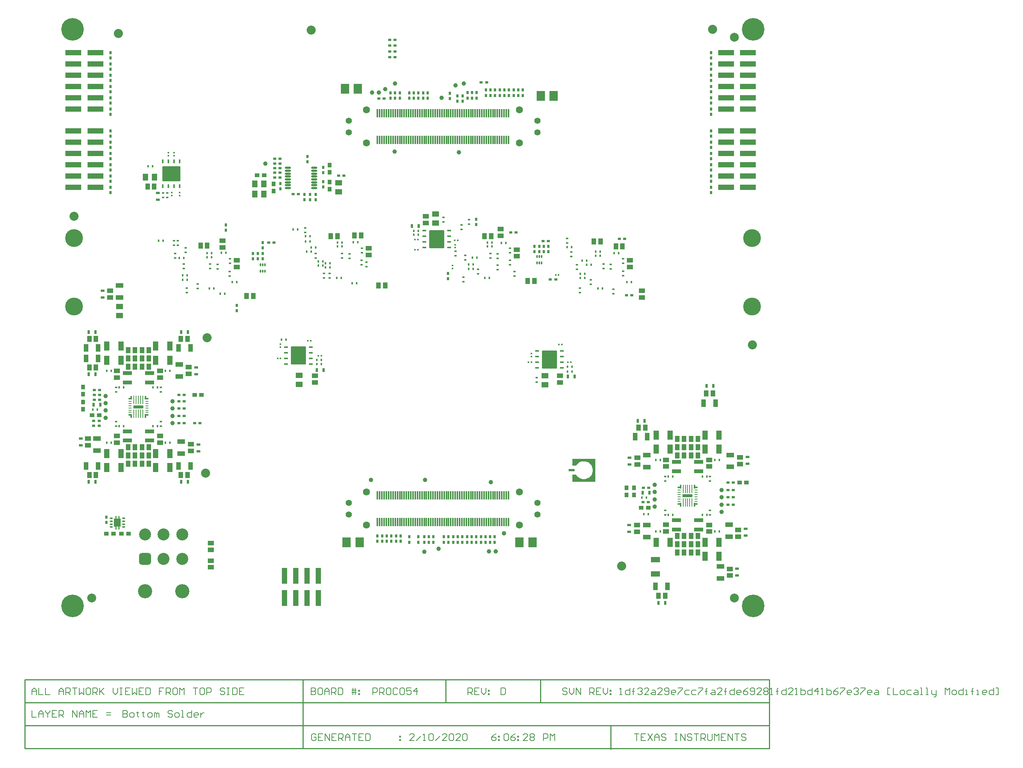
<source format=gbs>
G04*
G04 #@! TF.GenerationSoftware,Altium Limited,Altium Designer,19.1.6 (110)*
G04*
G04 Layer_Color=16711935*
%FSAX25Y25*%
%MOIN*%
G70*
G01*
G75*
%ADD16C,0.01000*%
%ADD18C,0.00800*%
%ADD27O,0.05512X0.01772*%
%ADD29C,0.03937*%
G04:AMPARAMS|DCode=32|XSize=87.8mil|YSize=70.87mil|CornerRadius=2.13mil|HoleSize=0mil|Usage=FLASHONLY|Rotation=90.000|XOffset=0mil|YOffset=0mil|HoleType=Round|Shape=RoundedRectangle|*
%AMROUNDEDRECTD32*
21,1,0.08780,0.06661,0,0,90.0*
21,1,0.08354,0.07087,0,0,90.0*
1,1,0.00425,0.03331,0.04177*
1,1,0.00425,0.03331,-0.04177*
1,1,0.00425,-0.03331,-0.04177*
1,1,0.00425,-0.03331,0.04177*
%
%ADD32ROUNDEDRECTD32*%
%ADD33R,0.06300X0.05000*%
%ADD35R,0.02362X0.03150*%
%ADD37R,0.01654X0.01811*%
%ADD38R,0.01500X0.02400*%
%ADD39R,0.03150X0.02362*%
%ADD40R,0.02400X0.01500*%
%ADD42R,0.01811X0.01654*%
%ADD43R,0.03500X0.02000*%
%ADD44R,0.02000X0.03500*%
%ADD45R,0.04331X0.05512*%
%ADD46R,0.05512X0.04331*%
%ADD47R,0.03740X0.03937*%
%ADD48C,0.07874*%
%ADD50C,0.12611*%
G04:AMPARAMS|DCode=51|XSize=106.3mil|YSize=106.3mil|CornerRadius=26.57mil|HoleSize=0mil|Usage=FLASHONLY|Rotation=90.000|XOffset=0mil|YOffset=0mil|HoleType=Round|Shape=RoundedRectangle|*
%AMROUNDEDRECTD51*
21,1,0.10630,0.05315,0,0,90.0*
21,1,0.05315,0.10630,0,0,90.0*
1,1,0.05315,0.02657,0.02657*
1,1,0.05315,0.02657,-0.02657*
1,1,0.05315,-0.02657,-0.02657*
1,1,0.05315,-0.02657,0.02657*
%
%ADD51ROUNDEDRECTD51*%
%ADD52C,0.10630*%
%ADD53C,0.08000*%
%ADD54C,0.05512*%
%ADD55C,0.06299*%
%ADD56C,0.20000*%
%ADD57C,0.15811*%
%ADD73C,0.01968*%
%ADD74C,0.01800*%
G04:AMPARAMS|DCode=82|XSize=133.86mil|YSize=157.48mil|CornerRadius=2.01mil|HoleSize=0mil|Usage=FLASHONLY|Rotation=270.000|XOffset=0mil|YOffset=0mil|HoleType=Round|Shape=RoundedRectangle|*
%AMROUNDEDRECTD82*
21,1,0.13386,0.15346,0,0,270.0*
21,1,0.12984,0.15748,0,0,270.0*
1,1,0.00402,-0.07673,-0.06492*
1,1,0.00402,-0.07673,0.06492*
1,1,0.00402,0.07673,0.06492*
1,1,0.00402,0.07673,-0.06492*
%
%ADD82ROUNDEDRECTD82*%
G04:AMPARAMS|DCode=83|XSize=31.5mil|YSize=15.75mil|CornerRadius=1.97mil|HoleSize=0mil|Usage=FLASHONLY|Rotation=270.000|XOffset=0mil|YOffset=0mil|HoleType=Round|Shape=RoundedRectangle|*
%AMROUNDEDRECTD83*
21,1,0.03150,0.01181,0,0,270.0*
21,1,0.02756,0.01575,0,0,270.0*
1,1,0.00394,-0.00591,-0.01378*
1,1,0.00394,-0.00591,0.01378*
1,1,0.00394,0.00591,0.01378*
1,1,0.00394,0.00591,-0.01378*
%
%ADD83ROUNDEDRECTD83*%
%ADD84R,0.14488X0.05000*%
%ADD85R,0.05000X0.14488*%
G04:AMPARAMS|DCode=86|XSize=9.84mil|YSize=71.65mil|CornerRadius=1.97mil|HoleSize=0mil|Usage=FLASHONLY|Rotation=180.000|XOffset=0mil|YOffset=0mil|HoleType=Round|Shape=RoundedRectangle|*
%AMROUNDEDRECTD86*
21,1,0.00984,0.06772,0,0,180.0*
21,1,0.00591,0.07165,0,0,180.0*
1,1,0.00394,-0.00295,0.03386*
1,1,0.00394,0.00295,0.03386*
1,1,0.00394,0.00295,-0.03386*
1,1,0.00394,-0.00295,-0.03386*
%
%ADD86ROUNDEDRECTD86*%
G04:AMPARAMS|DCode=87|XSize=88.19mil|YSize=25.98mil|CornerRadius=1.95mil|HoleSize=0mil|Usage=FLASHONLY|Rotation=180.000|XOffset=0mil|YOffset=0mil|HoleType=Round|Shape=RoundedRectangle|*
%AMROUNDEDRECTD87*
21,1,0.08819,0.02209,0,0,180.0*
21,1,0.08429,0.02598,0,0,180.0*
1,1,0.00390,-0.04215,0.01104*
1,1,0.00390,0.04215,0.01104*
1,1,0.00390,0.04215,-0.01104*
1,1,0.00390,-0.04215,-0.01104*
%
%ADD87ROUNDEDRECTD87*%
G04:AMPARAMS|DCode=88|XSize=23.62mil|YSize=15.75mil|CornerRadius=1.97mil|HoleSize=0mil|Usage=FLASHONLY|Rotation=0.000|XOffset=0mil|YOffset=0mil|HoleType=Round|Shape=RoundedRectangle|*
%AMROUNDEDRECTD88*
21,1,0.02362,0.01181,0,0,0.0*
21,1,0.01968,0.01575,0,0,0.0*
1,1,0.00394,0.00984,-0.00591*
1,1,0.00394,-0.00984,-0.00591*
1,1,0.00394,-0.00984,0.00591*
1,1,0.00394,0.00984,0.00591*
%
%ADD88ROUNDEDRECTD88*%
G04:AMPARAMS|DCode=89|XSize=23.62mil|YSize=9.84mil|CornerRadius=1.97mil|HoleSize=0mil|Usage=FLASHONLY|Rotation=0.000|XOffset=0mil|YOffset=0mil|HoleType=Round|Shape=RoundedRectangle|*
%AMROUNDEDRECTD89*
21,1,0.02362,0.00591,0,0,0.0*
21,1,0.01968,0.00984,0,0,0.0*
1,1,0.00394,0.00984,-0.00295*
1,1,0.00394,-0.00984,-0.00295*
1,1,0.00394,-0.00984,0.00295*
1,1,0.00394,0.00984,0.00295*
%
%ADD89ROUNDEDRECTD89*%
%ADD90R,0.04724X0.07874*%
G04:AMPARAMS|DCode=91|XSize=11.81mil|YSize=74.8mil|CornerRadius=1.95mil|HoleSize=0mil|Usage=FLASHONLY|Rotation=0.000|XOffset=0mil|YOffset=0mil|HoleType=Round|Shape=RoundedRectangle|*
%AMROUNDEDRECTD91*
21,1,0.01181,0.07091,0,0,0.0*
21,1,0.00791,0.07480,0,0,0.0*
1,1,0.00390,0.00396,-0.03545*
1,1,0.00390,-0.00396,-0.03545*
1,1,0.00390,-0.00396,0.03545*
1,1,0.00390,0.00396,0.03545*
%
%ADD91ROUNDEDRECTD91*%
G04:AMPARAMS|DCode=92|XSize=11.81mil|YSize=26.38mil|CornerRadius=1.95mil|HoleSize=0mil|Usage=FLASHONLY|Rotation=0.000|XOffset=0mil|YOffset=0mil|HoleType=Round|Shape=RoundedRectangle|*
%AMROUNDEDRECTD92*
21,1,0.01181,0.02248,0,0,0.0*
21,1,0.00791,0.02638,0,0,0.0*
1,1,0.00390,0.00396,-0.01124*
1,1,0.00390,-0.00396,-0.01124*
1,1,0.00390,-0.00396,0.01124*
1,1,0.00390,0.00396,0.01124*
%
%ADD92ROUNDEDRECTD92*%
G04:AMPARAMS|DCode=93|XSize=59.06mil|YSize=68.9mil|CornerRadius=2.07mil|HoleSize=0mil|Usage=FLASHONLY|Rotation=0.000|XOffset=0mil|YOffset=0mil|HoleType=Round|Shape=RoundedRectangle|*
%AMROUNDEDRECTD93*
21,1,0.05906,0.06476,0,0,0.0*
21,1,0.05492,0.06890,0,0,0.0*
1,1,0.00413,0.02746,-0.03238*
1,1,0.00413,-0.02746,-0.03238*
1,1,0.00413,-0.02746,0.03238*
1,1,0.00413,0.02746,0.03238*
%
%ADD93ROUNDEDRECTD93*%
G04:AMPARAMS|DCode=94|XSize=11.81mil|YSize=23.62mil|CornerRadius=1.95mil|HoleSize=0mil|Usage=FLASHONLY|Rotation=270.000|XOffset=0mil|YOffset=0mil|HoleType=Round|Shape=RoundedRectangle|*
%AMROUNDEDRECTD94*
21,1,0.01181,0.01972,0,0,270.0*
21,1,0.00791,0.02362,0,0,270.0*
1,1,0.00390,-0.00986,-0.00396*
1,1,0.00390,-0.00986,0.00396*
1,1,0.00390,0.00986,0.00396*
1,1,0.00390,0.00986,-0.00396*
%
%ADD94ROUNDEDRECTD94*%
%ADD95R,0.07874X0.03543*%
%ADD96C,0.02000*%
%ADD97R,0.05512X0.02362*%
%ADD98R,0.06890X0.04331*%
%ADD99R,0.03937X0.03740*%
%ADD100R,0.04331X0.06890*%
%ADD101R,0.05000X0.06300*%
G04:AMPARAMS|DCode=102|XSize=133.86mil|YSize=157.48mil|CornerRadius=2.01mil|HoleSize=0mil|Usage=FLASHONLY|Rotation=180.000|XOffset=0mil|YOffset=0mil|HoleType=Round|Shape=RoundedRectangle|*
%AMROUNDEDRECTD102*
21,1,0.13386,0.15346,0,0,180.0*
21,1,0.12984,0.15748,0,0,180.0*
1,1,0.00402,-0.06492,0.07673*
1,1,0.00402,0.06492,0.07673*
1,1,0.00402,0.06492,-0.07673*
1,1,0.00402,-0.06492,-0.07673*
%
%ADD102ROUNDEDRECTD102*%
G04:AMPARAMS|DCode=103|XSize=31.5mil|YSize=15.75mil|CornerRadius=1.97mil|HoleSize=0mil|Usage=FLASHONLY|Rotation=180.000|XOffset=0mil|YOffset=0mil|HoleType=Round|Shape=RoundedRectangle|*
%AMROUNDEDRECTD103*
21,1,0.03150,0.01181,0,0,180.0*
21,1,0.02756,0.01575,0,0,180.0*
1,1,0.00394,-0.01378,0.00591*
1,1,0.00394,0.01378,0.00591*
1,1,0.00394,0.01378,-0.00591*
1,1,0.00394,-0.01378,-0.00591*
%
%ADD103ROUNDEDRECTD103*%
%ADD104R,0.07874X0.04724*%
G36*
X0157607Y0362412D02*
X0157662Y0362356D01*
X0157692Y0362284D01*
Y0362245D01*
Y0359391D01*
Y0359351D01*
X0157662Y0359279D01*
X0157607Y0359224D01*
X0157534Y0359194D01*
X0156472D01*
X0156399Y0359224D01*
X0156344Y0359279D01*
X0156314Y0359351D01*
Y0359391D01*
Y0362245D01*
Y0362284D01*
X0156344Y0362356D01*
X0156399Y0362412D01*
X0156472Y0362442D01*
X0157534D01*
X0157607Y0362412D01*
D02*
G37*
G36*
X0145008D02*
X0145064Y0362356D01*
X0145094Y0362284D01*
Y0362245D01*
Y0359391D01*
Y0359351D01*
X0145064Y0359279D01*
X0145008Y0359224D01*
X0144936Y0359194D01*
X0143873D01*
X0143801Y0359224D01*
X0143746Y0359279D01*
X0143716Y0359351D01*
Y0359391D01*
Y0362245D01*
Y0362284D01*
X0143746Y0362356D01*
X0143801Y0362412D01*
X0143873Y0362442D01*
X0144936D01*
X0145008Y0362412D01*
D02*
G37*
G36*
X0157607Y0346369D02*
X0157662Y0346313D01*
X0157692Y0346241D01*
Y0346202D01*
Y0343347D01*
Y0343308D01*
X0157662Y0343236D01*
X0157607Y0343180D01*
X0157534Y0343150D01*
X0156472D01*
X0156399Y0343180D01*
X0156344Y0343236D01*
X0156314Y0343308D01*
Y0343347D01*
Y0346202D01*
Y0346241D01*
X0156344Y0346313D01*
X0156399Y0346369D01*
X0156472Y0346398D01*
X0157534D01*
X0157607Y0346369D01*
D02*
G37*
G36*
X0145008D02*
X0145064Y0346313D01*
X0145094Y0346241D01*
Y0346202D01*
Y0343347D01*
Y0343308D01*
X0145064Y0343236D01*
X0145008Y0343180D01*
X0144936Y0343150D01*
X0143873D01*
X0143801Y0343180D01*
X0143746Y0343236D01*
X0143716Y0343308D01*
Y0343347D01*
Y0346202D01*
Y0346241D01*
X0143746Y0346313D01*
X0143801Y0346369D01*
X0143873Y0346398D01*
X0144936D01*
X0145008Y0346369D01*
D02*
G37*
G36*
X0133893Y0253522D02*
X0135015D01*
Y0246632D01*
X0133893D01*
Y0244172D01*
X0132790D01*
Y0246632D01*
X0131334D01*
X0131334Y0244172D01*
X0130231D01*
X0130231Y0246632D01*
X0129109D01*
Y0253522D01*
X0130231D01*
X0130231Y0255983D01*
X0131334D01*
X0131334Y0253522D01*
X0132790D01*
Y0255983D01*
X0133893D01*
Y0253522D01*
D02*
G37*
G36*
X0556073Y0286381D02*
X0535600D01*
Y0292680D01*
X0538932D01*
X0538932Y0292715D01*
X0539400Y0291986D01*
X0540559Y0290702D01*
X0541969Y0289701D01*
X0543564Y0289030D01*
X0545265Y0288721D01*
X0546993Y0288789D01*
X0548666Y0289230D01*
X0550202Y0290024D01*
X0551530Y0291133D01*
X0552585Y0292503D01*
X0553317Y0294070D01*
X0553692Y0295759D01*
X0553691Y0297488D01*
X0553315Y0299176D01*
X0552582Y0300743D01*
X0551526Y0302112D01*
X0550197Y0303220D01*
X0548660Y0304013D01*
X0546987Y0304453D01*
X0545259Y0304519D01*
X0543558Y0304209D01*
X0541964Y0303537D01*
X0540555Y0302535D01*
X0539396Y0301251D01*
X0538929Y0300521D01*
X0538886Y0300554D01*
X0535600D01*
Y0306853D01*
X0556073D01*
Y0286381D01*
D02*
G37*
G36*
X0632081Y0283626D02*
X0632136Y0283571D01*
X0632166Y0283499D01*
Y0283459D01*
Y0280605D01*
Y0280566D01*
X0632136Y0280494D01*
X0632081Y0280438D01*
X0632008Y0280408D01*
X0630946D01*
X0630873Y0280438D01*
X0630818Y0280494D01*
X0630788Y0280566D01*
Y0280605D01*
Y0283459D01*
Y0283499D01*
X0630818Y0283571D01*
X0630873Y0283626D01*
X0630946Y0283656D01*
X0632008D01*
X0632081Y0283626D01*
D02*
G37*
G36*
Y0267583D02*
X0632136Y0267528D01*
X0632166Y0267455D01*
Y0267416D01*
Y0264562D01*
Y0264523D01*
X0632136Y0264450D01*
X0632081Y0264395D01*
X0632008Y0264365D01*
X0630946D01*
X0630873Y0264395D01*
X0630818Y0264450D01*
X0630788Y0264523D01*
Y0264562D01*
Y0267416D01*
Y0267455D01*
X0630818Y0267528D01*
X0630873Y0267583D01*
X0630946Y0267613D01*
X0632008D01*
X0632081Y0267583D01*
D02*
G37*
G36*
X0644679D02*
X0644734Y0267528D01*
X0644765Y0267455D01*
Y0267416D01*
Y0264562D01*
Y0264523D01*
X0644734Y0264450D01*
X0644679Y0264395D01*
X0644607Y0264365D01*
X0643544D01*
X0643472Y0264395D01*
X0643417Y0264450D01*
X0643387Y0264523D01*
Y0264562D01*
Y0267416D01*
Y0267455D01*
X0643417Y0267528D01*
X0643472Y0267583D01*
X0643544Y0267613D01*
X0644607D01*
X0644679Y0267583D01*
D02*
G37*
G36*
Y0283626D02*
X0644734Y0283571D01*
X0644765Y0283499D01*
Y0283459D01*
Y0280605D01*
Y0280566D01*
X0644734Y0280494D01*
X0644679Y0280438D01*
X0644607Y0280408D01*
X0643544D01*
X0643472Y0280438D01*
X0643417Y0280494D01*
X0643387Y0280566D01*
Y0280605D01*
Y0283459D01*
Y0283499D01*
X0643417Y0283571D01*
X0643472Y0283626D01*
X0643544Y0283656D01*
X0644607D01*
X0644679Y0283626D01*
D02*
G37*
G54D16*
X0569450Y0049400D02*
Y0069683D01*
X0450550Y0050050D02*
X0710250D01*
Y0111050D01*
X0296550Y0050050D02*
Y0111050D01*
X0050050Y0050050D02*
Y0111050D01*
X0050100Y0050050D02*
X0207650D01*
X0050100D02*
Y0111050D01*
Y0111050D02*
X0710250D01*
X0050050Y0050050D02*
X0450550D01*
X0050050Y0070383D02*
X0710050D01*
X0050050Y0090717D02*
X0710250D01*
X0423250D02*
Y0111050D01*
X0507250Y0090717D02*
Y0111050D01*
G54D18*
X0136950Y0083549D02*
Y0077551D01*
X0139949D01*
X0140949Y0078550D01*
Y0079550D01*
X0139949Y0080550D01*
X0136950D01*
X0139949D01*
X0140949Y0081549D01*
Y0082549D01*
X0139949Y0083549D01*
X0136950D01*
X0143948Y0077551D02*
X0145947D01*
X0146947Y0078550D01*
Y0080550D01*
X0145947Y0081549D01*
X0143948D01*
X0142948Y0080550D01*
Y0078550D01*
X0143948Y0077551D01*
X0149946Y0082549D02*
Y0081549D01*
X0148946D01*
X0150945D01*
X0149946D01*
Y0078550D01*
X0150945Y0077551D01*
X0154944Y0082549D02*
Y0081549D01*
X0153945D01*
X0155944D01*
X0154944D01*
Y0078550D01*
X0155944Y0077551D01*
X0159943D02*
X0161942D01*
X0162942Y0078550D01*
Y0080550D01*
X0161942Y0081549D01*
X0159943D01*
X0158943Y0080550D01*
Y0078550D01*
X0159943Y0077551D01*
X0164941D02*
Y0081549D01*
X0165941D01*
X0166940Y0080550D01*
Y0077551D01*
Y0080550D01*
X0167940Y0081549D01*
X0168940Y0080550D01*
Y0077551D01*
X0180936Y0082549D02*
X0179936Y0083549D01*
X0177937D01*
X0176937Y0082549D01*
Y0081549D01*
X0177937Y0080550D01*
X0179936D01*
X0180936Y0079550D01*
Y0078550D01*
X0179936Y0077551D01*
X0177937D01*
X0176937Y0078550D01*
X0183935Y0077551D02*
X0185934D01*
X0186934Y0078550D01*
Y0080550D01*
X0185934Y0081549D01*
X0183935D01*
X0182935Y0080550D01*
Y0078550D01*
X0183935Y0077551D01*
X0188933D02*
X0190933D01*
X0189933D01*
Y0083549D01*
X0188933D01*
X0197930D02*
Y0077551D01*
X0194931D01*
X0193932Y0078550D01*
Y0080550D01*
X0194931Y0081549D01*
X0197930D01*
X0202929Y0077551D02*
X0200929D01*
X0199930Y0078550D01*
Y0080550D01*
X0200929Y0081549D01*
X0202929D01*
X0203928Y0080550D01*
Y0079550D01*
X0199930D01*
X0205928Y0081549D02*
Y0077551D01*
Y0079550D01*
X0206927Y0080550D01*
X0207927Y0081549D01*
X0208927D01*
X0590550Y0062964D02*
X0594549D01*
X0592549D01*
Y0056966D01*
X0600547Y0062964D02*
X0596548D01*
Y0056966D01*
X0600547D01*
X0596548Y0059965D02*
X0598547D01*
X0602546Y0062964D02*
X0606545Y0056966D01*
Y0062964D02*
X0602546Y0056966D01*
X0608544D02*
Y0060965D01*
X0610543Y0062964D01*
X0612543Y0060965D01*
Y0056966D01*
Y0059965D01*
X0608544D01*
X0618541Y0061965D02*
X0617541Y0062964D01*
X0615542D01*
X0614542Y0061965D01*
Y0060965D01*
X0615542Y0059965D01*
X0617541D01*
X0618541Y0058966D01*
Y0057966D01*
X0617541Y0056966D01*
X0615542D01*
X0614542Y0057966D01*
X0626538Y0062964D02*
X0628538D01*
X0627538D01*
Y0056966D01*
X0626538D01*
X0628538D01*
X0631537D02*
Y0062964D01*
X0635535Y0056966D01*
Y0062964D01*
X0641534Y0061965D02*
X0640534Y0062964D01*
X0638534D01*
X0637535Y0061965D01*
Y0060965D01*
X0638534Y0059965D01*
X0640534D01*
X0641534Y0058966D01*
Y0057966D01*
X0640534Y0056966D01*
X0638534D01*
X0637535Y0057966D01*
X0643533Y0062964D02*
X0647532D01*
X0645532D01*
Y0056966D01*
X0649531D02*
Y0062964D01*
X0652530D01*
X0653530Y0061965D01*
Y0059965D01*
X0652530Y0058966D01*
X0649531D01*
X0651530D02*
X0653530Y0056966D01*
X0655529Y0062964D02*
Y0057966D01*
X0656529Y0056966D01*
X0658528D01*
X0659528Y0057966D01*
Y0062964D01*
X0661527Y0056966D02*
Y0062964D01*
X0663526Y0060965D01*
X0665526Y0062964D01*
Y0056966D01*
X0671524Y0062964D02*
X0667525D01*
Y0056966D01*
X0671524D01*
X0667525Y0059965D02*
X0669524D01*
X0673523Y0056966D02*
Y0062964D01*
X0677522Y0056966D01*
Y0062964D01*
X0679521D02*
X0683520D01*
X0681521D01*
Y0056966D01*
X0689518Y0061965D02*
X0688518Y0062964D01*
X0686519D01*
X0685519Y0061965D01*
Y0060965D01*
X0686519Y0059965D01*
X0688518D01*
X0689518Y0058966D01*
Y0057966D01*
X0688518Y0056966D01*
X0686519D01*
X0685519Y0057966D01*
X0468099Y0062964D02*
X0466099Y0061965D01*
X0464100Y0059965D01*
Y0057966D01*
X0465100Y0056966D01*
X0467099D01*
X0468099Y0057966D01*
Y0058966D01*
X0467099Y0059965D01*
X0464100D01*
X0470098Y0060965D02*
X0471098D01*
Y0059965D01*
X0470098D01*
Y0060965D01*
Y0057966D02*
X0471098D01*
Y0056966D01*
X0470098D01*
Y0057966D01*
X0475096Y0061965D02*
X0476096Y0062964D01*
X0478095D01*
X0479095Y0061965D01*
Y0057966D01*
X0478095Y0056966D01*
X0476096D01*
X0475096Y0057966D01*
Y0061965D01*
X0485093Y0062964D02*
X0483094Y0061965D01*
X0481095Y0059965D01*
Y0057966D01*
X0482094Y0056966D01*
X0484094D01*
X0485093Y0057966D01*
Y0058966D01*
X0484094Y0059965D01*
X0481095D01*
X0487093Y0060965D02*
X0488092D01*
Y0059965D01*
X0487093D01*
Y0060965D01*
Y0057966D02*
X0488092D01*
Y0056966D01*
X0487093D01*
Y0057966D01*
X0496090Y0056966D02*
X0492091D01*
X0496090Y0060965D01*
Y0061965D01*
X0495090Y0062964D01*
X0493091D01*
X0492091Y0061965D01*
X0498089D02*
X0499089Y0062964D01*
X0501088D01*
X0502088Y0061965D01*
Y0060965D01*
X0501088Y0059965D01*
X0502088Y0058966D01*
Y0057966D01*
X0501088Y0056966D01*
X0499089D01*
X0498089Y0057966D01*
Y0058966D01*
X0499089Y0059965D01*
X0498089Y0060965D01*
Y0061965D01*
X0499089Y0059965D02*
X0501088D01*
X0510085Y0056966D02*
Y0062964D01*
X0513084D01*
X0514084Y0061965D01*
Y0059965D01*
X0513084Y0058966D01*
X0510085D01*
X0516083Y0056966D02*
Y0062964D01*
X0518083Y0060965D01*
X0520082Y0062964D01*
Y0056966D01*
X0056400Y0083549D02*
Y0077551D01*
X0060399D01*
X0062398D02*
Y0081549D01*
X0064397Y0083549D01*
X0066397Y0081549D01*
Y0077551D01*
Y0080550D01*
X0062398D01*
X0068396Y0083549D02*
Y0082549D01*
X0070395Y0080550D01*
X0072395Y0082549D01*
Y0083549D01*
X0070395Y0080550D02*
Y0077551D01*
X0078393Y0083549D02*
X0074394D01*
Y0077551D01*
X0078393D01*
X0074394Y0080550D02*
X0076394D01*
X0080392Y0077551D02*
Y0083549D01*
X0083391D01*
X0084391Y0082549D01*
Y0080550D01*
X0083391Y0079550D01*
X0080392D01*
X0082392D02*
X0084391Y0077551D01*
X0092388D02*
Y0083549D01*
X0096387Y0077551D01*
Y0083549D01*
X0098386Y0077551D02*
Y0081549D01*
X0100386Y0083549D01*
X0102385Y0081549D01*
Y0077551D01*
Y0080550D01*
X0098386D01*
X0104385Y0077551D02*
Y0083549D01*
X0106384Y0081549D01*
X0108383Y0083549D01*
Y0077551D01*
X0114381Y0083549D02*
X0110382D01*
Y0077551D01*
X0114381D01*
X0110382Y0080550D02*
X0112382D01*
X0122379Y0079550D02*
X0126377D01*
X0122379Y0081549D02*
X0126377D01*
X0304050Y0103831D02*
Y0097833D01*
X0307049D01*
X0308049Y0098833D01*
Y0099833D01*
X0307049Y0100832D01*
X0304050D01*
X0307049D01*
X0308049Y0101832D01*
Y0102832D01*
X0307049Y0103831D01*
X0304050D01*
X0313047D02*
X0311048D01*
X0310048Y0102832D01*
Y0098833D01*
X0311048Y0097833D01*
X0313047D01*
X0314047Y0098833D01*
Y0102832D01*
X0313047Y0103831D01*
X0316046Y0097833D02*
Y0101832D01*
X0318045Y0103831D01*
X0320045Y0101832D01*
Y0097833D01*
Y0100832D01*
X0316046D01*
X0322044Y0097833D02*
Y0103831D01*
X0325043D01*
X0326043Y0102832D01*
Y0100832D01*
X0325043Y0099833D01*
X0322044D01*
X0324043D02*
X0326043Y0097833D01*
X0328042Y0103831D02*
Y0097833D01*
X0331041D01*
X0332041Y0098833D01*
Y0102832D01*
X0331041Y0103831D01*
X0328042D01*
X0341038Y0097833D02*
Y0103831D01*
X0343037D02*
Y0097833D01*
X0340038Y0101832D02*
X0343037D01*
X0344037D01*
X0340038Y0099833D02*
X0344037D01*
X0346036Y0101832D02*
X0347036D01*
Y0100832D01*
X0346036D01*
Y0101832D01*
Y0098833D02*
X0347036D01*
Y0097833D01*
X0346036D01*
Y0098833D01*
X0358600Y0097833D02*
Y0103831D01*
X0361599D01*
X0362599Y0102832D01*
Y0100832D01*
X0361599Y0099833D01*
X0358600D01*
X0364598Y0097833D02*
Y0103831D01*
X0367597D01*
X0368597Y0102832D01*
Y0100832D01*
X0367597Y0099833D01*
X0364598D01*
X0366597D02*
X0368597Y0097833D01*
X0373595Y0103831D02*
X0371596D01*
X0370596Y0102832D01*
Y0098833D01*
X0371596Y0097833D01*
X0373595D01*
X0374595Y0098833D01*
Y0102832D01*
X0373595Y0103831D01*
X0380593Y0102832D02*
X0379593Y0103831D01*
X0377594D01*
X0376594Y0102832D01*
Y0098833D01*
X0377594Y0097833D01*
X0379593D01*
X0380593Y0098833D01*
X0382592Y0102832D02*
X0383592Y0103831D01*
X0385591D01*
X0386591Y0102832D01*
Y0098833D01*
X0385591Y0097833D01*
X0383592D01*
X0382592Y0098833D01*
Y0102832D01*
X0392589Y0103831D02*
X0388590D01*
Y0100832D01*
X0390590Y0101832D01*
X0391589D01*
X0392589Y0100832D01*
Y0098833D01*
X0391589Y0097833D01*
X0389590D01*
X0388590Y0098833D01*
X0397587Y0097833D02*
Y0103831D01*
X0394588Y0100832D01*
X0398587D01*
X0472200Y0103831D02*
Y0097833D01*
X0475199D01*
X0476199Y0098833D01*
Y0102832D01*
X0475199Y0103831D01*
X0472200D01*
X0056400Y0097833D02*
Y0101832D01*
X0058399Y0103831D01*
X0060399Y0101832D01*
Y0097833D01*
Y0100832D01*
X0056400D01*
X0062398Y0103831D02*
Y0097833D01*
X0066397D01*
X0068396Y0103831D02*
Y0097833D01*
X0072395D01*
X0080392D02*
Y0101832D01*
X0082392Y0103831D01*
X0084391Y0101832D01*
Y0097833D01*
Y0100832D01*
X0080392D01*
X0086390Y0097833D02*
Y0103831D01*
X0089389D01*
X0090389Y0102832D01*
Y0100832D01*
X0089389Y0099833D01*
X0086390D01*
X0088390D02*
X0090389Y0097833D01*
X0092388Y0103831D02*
X0096387D01*
X0094388D01*
Y0097833D01*
X0098386Y0103831D02*
Y0097833D01*
X0100386Y0099833D01*
X0102385Y0097833D01*
Y0103831D01*
X0107384D02*
X0105384D01*
X0104385Y0102832D01*
Y0098833D01*
X0105384Y0097833D01*
X0107384D01*
X0108383Y0098833D01*
Y0102832D01*
X0107384Y0103831D01*
X0110382Y0097833D02*
Y0103831D01*
X0113382D01*
X0114381Y0102832D01*
Y0100832D01*
X0113382Y0099833D01*
X0110382D01*
X0112382D02*
X0114381Y0097833D01*
X0116381Y0103831D02*
Y0097833D01*
Y0099833D01*
X0120379Y0103831D01*
X0117380Y0100832D01*
X0120379Y0097833D01*
X0128377Y0103831D02*
Y0099833D01*
X0130376Y0097833D01*
X0132375Y0099833D01*
Y0103831D01*
X0134375D02*
X0136374D01*
X0135374D01*
Y0097833D01*
X0134375D01*
X0136374D01*
X0143372Y0103831D02*
X0139373D01*
Y0097833D01*
X0143372D01*
X0139373Y0100832D02*
X0141373D01*
X0145371Y0103831D02*
Y0097833D01*
X0147371Y0099833D01*
X0149370Y0097833D01*
Y0103831D01*
X0155368D02*
X0151369D01*
Y0097833D01*
X0155368D01*
X0151369Y0100832D02*
X0153369D01*
X0157367Y0103831D02*
Y0097833D01*
X0160366D01*
X0161366Y0098833D01*
Y0102832D01*
X0160366Y0103831D01*
X0157367D01*
X0173362D02*
X0169363D01*
Y0100832D01*
X0171363D01*
X0169363D01*
Y0097833D01*
X0175362D02*
Y0103831D01*
X0178360D01*
X0179360Y0102832D01*
Y0100832D01*
X0178360Y0099833D01*
X0175362D01*
X0177361D02*
X0179360Y0097833D01*
X0184359Y0103831D02*
X0182359D01*
X0181360Y0102832D01*
Y0098833D01*
X0182359Y0097833D01*
X0184359D01*
X0185358Y0098833D01*
Y0102832D01*
X0184359Y0103831D01*
X0187358Y0097833D02*
Y0103831D01*
X0189357Y0101832D01*
X0191356Y0103831D01*
Y0097833D01*
X0199354Y0103831D02*
X0203352D01*
X0201353D01*
Y0097833D01*
X0208351Y0103831D02*
X0206351D01*
X0205352Y0102832D01*
Y0098833D01*
X0206351Y0097833D01*
X0208351D01*
X0209350Y0098833D01*
Y0102832D01*
X0208351Y0103831D01*
X0211350Y0097833D02*
Y0103831D01*
X0214349D01*
X0215349Y0102832D01*
Y0100832D01*
X0214349Y0099833D01*
X0211350D01*
X0227345Y0102832D02*
X0226345Y0103831D01*
X0224346D01*
X0223346Y0102832D01*
Y0101832D01*
X0224346Y0100832D01*
X0226345D01*
X0227345Y0099833D01*
Y0098833D01*
X0226345Y0097833D01*
X0224346D01*
X0223346Y0098833D01*
X0229344Y0103831D02*
X0231343D01*
X0230344D01*
Y0097833D01*
X0229344D01*
X0231343D01*
X0234342Y0103831D02*
Y0097833D01*
X0237341D01*
X0238341Y0098833D01*
Y0102832D01*
X0237341Y0103831D01*
X0234342D01*
X0244339D02*
X0240340D01*
Y0097833D01*
X0244339D01*
X0240340Y0100832D02*
X0242340D01*
X0308249Y0061965D02*
X0307249Y0062964D01*
X0305250D01*
X0304250Y0061965D01*
Y0057966D01*
X0305250Y0056966D01*
X0307249D01*
X0308249Y0057966D01*
Y0059965D01*
X0306249D01*
X0314247Y0062964D02*
X0310248D01*
Y0056966D01*
X0314247D01*
X0310248Y0059965D02*
X0312247D01*
X0316246Y0056966D02*
Y0062964D01*
X0320245Y0056966D01*
Y0062964D01*
X0326243D02*
X0322244D01*
Y0056966D01*
X0326243D01*
X0322244Y0059965D02*
X0324243D01*
X0328242Y0056966D02*
Y0062964D01*
X0331241D01*
X0332241Y0061965D01*
Y0059965D01*
X0331241Y0058966D01*
X0328242D01*
X0330242D02*
X0332241Y0056966D01*
X0334240D02*
Y0060965D01*
X0336240Y0062964D01*
X0338239Y0060965D01*
Y0056966D01*
Y0059965D01*
X0334240D01*
X0340238Y0062964D02*
X0344237D01*
X0342238D01*
Y0056966D01*
X0350235Y0062964D02*
X0346236D01*
Y0056966D01*
X0350235D01*
X0346236Y0059965D02*
X0348236D01*
X0352235Y0062964D02*
Y0056966D01*
X0355234D01*
X0356233Y0057966D01*
Y0061965D01*
X0355234Y0062964D01*
X0352235D01*
X0382225Y0060965D02*
X0383225D01*
Y0059965D01*
X0382225D01*
Y0060965D01*
Y0057966D02*
X0383225D01*
Y0056966D01*
X0382225D01*
Y0057966D01*
X0395199Y0056966D02*
X0391200D01*
X0395199Y0060965D01*
Y0061965D01*
X0394199Y0062964D01*
X0392200D01*
X0391200Y0061965D01*
X0397198Y0056966D02*
X0401197Y0060965D01*
X0403196Y0056966D02*
X0405196D01*
X0404196D01*
Y0062964D01*
X0403196Y0061965D01*
X0408194D02*
X0409194Y0062964D01*
X0411194D01*
X0412193Y0061965D01*
Y0057966D01*
X0411194Y0056966D01*
X0409194D01*
X0408194Y0057966D01*
Y0061965D01*
X0414193Y0056966D02*
X0418191Y0060965D01*
X0424189Y0056966D02*
X0420191D01*
X0424189Y0060965D01*
Y0061965D01*
X0423190Y0062964D01*
X0421190D01*
X0420191Y0061965D01*
X0426189D02*
X0427188Y0062964D01*
X0429188D01*
X0430187Y0061965D01*
Y0057966D01*
X0429188Y0056966D01*
X0427188D01*
X0426189Y0057966D01*
Y0061965D01*
X0436186Y0056966D02*
X0432187D01*
X0436186Y0060965D01*
Y0061965D01*
X0435186Y0062964D01*
X0433186D01*
X0432187Y0061965D01*
X0438185D02*
X0439185Y0062964D01*
X0441184D01*
X0442183Y0061965D01*
Y0057966D01*
X0441184Y0056966D01*
X0439185D01*
X0438185Y0057966D01*
Y0061965D01*
X0443050Y0097833D02*
Y0103831D01*
X0446049D01*
X0447049Y0102832D01*
Y0100832D01*
X0446049Y0099833D01*
X0443050D01*
X0445049D02*
X0447049Y0097833D01*
X0453047Y0103831D02*
X0449048D01*
Y0097833D01*
X0453047D01*
X0449048Y0100832D02*
X0451047D01*
X0455046Y0103831D02*
Y0099833D01*
X0457046Y0097833D01*
X0459045Y0099833D01*
Y0103831D01*
X0461044Y0101832D02*
X0462044D01*
Y0100832D01*
X0461044D01*
Y0101832D01*
Y0098833D02*
X0462044D01*
Y0097833D01*
X0461044D01*
Y0098833D01*
X0530849Y0102832D02*
X0529849Y0103831D01*
X0527850D01*
X0526850Y0102832D01*
Y0101832D01*
X0527850Y0100832D01*
X0529849D01*
X0530849Y0099833D01*
Y0098833D01*
X0529849Y0097833D01*
X0527850D01*
X0526850Y0098833D01*
X0532848Y0103831D02*
Y0099833D01*
X0534847Y0097833D01*
X0536847Y0099833D01*
Y0103831D01*
X0538846Y0097833D02*
Y0103831D01*
X0542845Y0097833D01*
Y0103831D01*
X0550842Y0097833D02*
Y0103831D01*
X0553841D01*
X0554841Y0102832D01*
Y0100832D01*
X0553841Y0099833D01*
X0550842D01*
X0552842D02*
X0554841Y0097833D01*
X0560839Y0103831D02*
X0556840D01*
Y0097833D01*
X0560839D01*
X0556840Y0100832D02*
X0558840D01*
X0562838Y0103831D02*
Y0099833D01*
X0564838Y0097833D01*
X0566837Y0099833D01*
Y0103831D01*
X0568836Y0101832D02*
X0569836D01*
Y0100832D01*
X0568836D01*
Y0101832D01*
Y0098833D02*
X0569836D01*
Y0097833D01*
X0568836D01*
Y0098833D01*
X0577450Y0097833D02*
X0579449D01*
X0578450D01*
Y0103831D01*
X0577450Y0102832D01*
X0586447Y0103831D02*
Y0097833D01*
X0583448D01*
X0582448Y0098833D01*
Y0100832D01*
X0583448Y0101832D01*
X0586447D01*
X0589446Y0097833D02*
Y0102832D01*
Y0100832D01*
X0588446D01*
X0590446D01*
X0589446D01*
Y0102832D01*
X0590446Y0103831D01*
X0593445Y0102832D02*
X0594445Y0103831D01*
X0596444D01*
X0597443Y0102832D01*
Y0101832D01*
X0596444Y0100832D01*
X0595444D01*
X0596444D01*
X0597443Y0099833D01*
Y0098833D01*
X0596444Y0097833D01*
X0594445D01*
X0593445Y0098833D01*
X0603442Y0097833D02*
X0599443D01*
X0603442Y0101832D01*
Y0102832D01*
X0602442Y0103831D01*
X0600443D01*
X0599443Y0102832D01*
X0606441Y0101832D02*
X0608440D01*
X0609440Y0100832D01*
Y0097833D01*
X0606441D01*
X0605441Y0098833D01*
X0606441Y0099833D01*
X0609440D01*
X0615438Y0097833D02*
X0611439D01*
X0615438Y0101832D01*
Y0102832D01*
X0614438Y0103831D01*
X0612439D01*
X0611439Y0102832D01*
X0617437Y0098833D02*
X0618437Y0097833D01*
X0620436D01*
X0621436Y0098833D01*
Y0102832D01*
X0620436Y0103831D01*
X0618437D01*
X0617437Y0102832D01*
Y0101832D01*
X0618437Y0100832D01*
X0621436D01*
X0626434Y0097833D02*
X0624435D01*
X0623435Y0098833D01*
Y0100832D01*
X0624435Y0101832D01*
X0626434D01*
X0627434Y0100832D01*
Y0099833D01*
X0623435D01*
X0629433Y0103831D02*
X0633432D01*
Y0102832D01*
X0629433Y0098833D01*
Y0097833D01*
X0639430Y0101832D02*
X0636431D01*
X0635431Y0100832D01*
Y0098833D01*
X0636431Y0097833D01*
X0639430D01*
X0645428Y0101832D02*
X0642429D01*
X0641429Y0100832D01*
Y0098833D01*
X0642429Y0097833D01*
X0645428D01*
X0647427Y0103831D02*
X0651426D01*
Y0102832D01*
X0647427Y0098833D01*
Y0097833D01*
X0654425D02*
Y0102832D01*
Y0100832D01*
X0653425D01*
X0655425D01*
X0654425D01*
Y0102832D01*
X0655425Y0103831D01*
X0659423Y0101832D02*
X0661423D01*
X0662423Y0100832D01*
Y0097833D01*
X0659423D01*
X0658424Y0098833D01*
X0659423Y0099833D01*
X0662423D01*
X0668421Y0097833D02*
X0664422D01*
X0668421Y0101832D01*
Y0102832D01*
X0667421Y0103831D01*
X0665421D01*
X0664422Y0102832D01*
X0671420Y0097833D02*
Y0102832D01*
Y0100832D01*
X0670420D01*
X0672419D01*
X0671420D01*
Y0102832D01*
X0672419Y0103831D01*
X0679417D02*
Y0097833D01*
X0676418D01*
X0675418Y0098833D01*
Y0100832D01*
X0676418Y0101832D01*
X0679417D01*
X0684415Y0097833D02*
X0682416D01*
X0681416Y0098833D01*
Y0100832D01*
X0682416Y0101832D01*
X0684415D01*
X0685415Y0100832D01*
Y0099833D01*
X0681416D01*
X0691413Y0103831D02*
X0689414Y0102832D01*
X0687414Y0100832D01*
Y0098833D01*
X0688414Y0097833D01*
X0690414D01*
X0691413Y0098833D01*
Y0099833D01*
X0690414Y0100832D01*
X0687414D01*
X0693412Y0098833D02*
X0694412Y0097833D01*
X0696412D01*
X0697411Y0098833D01*
Y0102832D01*
X0696412Y0103831D01*
X0694412D01*
X0693412Y0102832D01*
Y0101832D01*
X0694412Y0100832D01*
X0697411D01*
X0703409Y0097833D02*
X0699410D01*
X0703409Y0101832D01*
Y0102832D01*
X0702410Y0103831D01*
X0700410D01*
X0699410Y0102832D01*
X0705409D02*
X0706408Y0103831D01*
X0708408D01*
X0709407Y0102832D01*
Y0101832D01*
X0708408Y0100832D01*
X0709407Y0099833D01*
Y0098833D01*
X0708408Y0097833D01*
X0706408D01*
X0705409Y0098833D01*
Y0099833D01*
X0706408Y0100832D01*
X0705409Y0101832D01*
Y0102832D01*
X0706408Y0100832D02*
X0708408D01*
X0711407Y0097833D02*
X0713406D01*
X0712406D01*
Y0103831D01*
X0711407Y0102832D01*
X0717405Y0097833D02*
Y0102832D01*
Y0100832D01*
X0716405D01*
X0718404D01*
X0717405D01*
Y0102832D01*
X0718404Y0103831D01*
X0725402D02*
Y0097833D01*
X0722403D01*
X0721403Y0098833D01*
Y0100832D01*
X0722403Y0101832D01*
X0725402D01*
X0731400Y0097833D02*
X0727401D01*
X0731400Y0101832D01*
Y0102832D01*
X0730401Y0103831D01*
X0728401D01*
X0727401Y0102832D01*
X0733399Y0097833D02*
X0735399D01*
X0734399D01*
Y0103831D01*
X0733399Y0102832D01*
X0738398Y0103831D02*
Y0097833D01*
X0741397D01*
X0742397Y0098833D01*
Y0099833D01*
Y0100832D01*
X0741397Y0101832D01*
X0738398D01*
X0748395Y0103831D02*
Y0097833D01*
X0745396D01*
X0744396Y0098833D01*
Y0100832D01*
X0745396Y0101832D01*
X0748395D01*
X0753393Y0097833D02*
Y0103831D01*
X0750394Y0100832D01*
X0754393D01*
X0756392Y0097833D02*
X0758391D01*
X0757392D01*
Y0103831D01*
X0756392Y0102832D01*
X0761390Y0103831D02*
Y0097833D01*
X0764390D01*
X0765389Y0098833D01*
Y0099833D01*
Y0100832D01*
X0764390Y0101832D01*
X0761390D01*
X0771387Y0103831D02*
X0769388Y0102832D01*
X0767388Y0100832D01*
Y0098833D01*
X0768388Y0097833D01*
X0770388D01*
X0771387Y0098833D01*
Y0099833D01*
X0770388Y0100832D01*
X0767388D01*
X0773387Y0103831D02*
X0777385D01*
Y0102832D01*
X0773387Y0098833D01*
Y0097833D01*
X0782384D02*
X0780384D01*
X0779385Y0098833D01*
Y0100832D01*
X0780384Y0101832D01*
X0782384D01*
X0783383Y0100832D01*
Y0099833D01*
X0779385D01*
X0785383Y0102832D02*
X0786382Y0103831D01*
X0788382D01*
X0789381Y0102832D01*
Y0101832D01*
X0788382Y0100832D01*
X0787382D01*
X0788382D01*
X0789381Y0099833D01*
Y0098833D01*
X0788382Y0097833D01*
X0786382D01*
X0785383Y0098833D01*
X0791381Y0103831D02*
X0795379D01*
Y0102832D01*
X0791381Y0098833D01*
Y0097833D01*
X0800378D02*
X0798379D01*
X0797379Y0098833D01*
Y0100832D01*
X0798379Y0101832D01*
X0800378D01*
X0801377Y0100832D01*
Y0099833D01*
X0797379D01*
X0804377Y0101832D02*
X0806376D01*
X0807376Y0100832D01*
Y0097833D01*
X0804377D01*
X0803377Y0098833D01*
X0804377Y0099833D01*
X0807376D01*
X0817372Y0097833D02*
X0815373D01*
Y0103831D01*
X0817372D01*
X0820371D02*
Y0097833D01*
X0824370D01*
X0827369D02*
X0829368D01*
X0830368Y0098833D01*
Y0100832D01*
X0829368Y0101832D01*
X0827369D01*
X0826369Y0100832D01*
Y0098833D01*
X0827369Y0097833D01*
X0836366Y0101832D02*
X0833367D01*
X0832368Y0100832D01*
Y0098833D01*
X0833367Y0097833D01*
X0836366D01*
X0839365Y0101832D02*
X0841365D01*
X0842364Y0100832D01*
Y0097833D01*
X0839365D01*
X0838366Y0098833D01*
X0839365Y0099833D01*
X0842364D01*
X0844364Y0097833D02*
X0846363D01*
X0845363D01*
Y0103831D01*
X0844364D01*
X0849362Y0097833D02*
X0851361D01*
X0850362D01*
Y0103831D01*
X0849362D01*
X0854360Y0101832D02*
Y0098833D01*
X0855360Y0097833D01*
X0858359D01*
Y0096834D01*
X0857359Y0095834D01*
X0856360D01*
X0858359Y0097833D02*
Y0101832D01*
X0866356Y0097833D02*
Y0103831D01*
X0868356Y0101832D01*
X0870355Y0103831D01*
Y0097833D01*
X0873354D02*
X0875354D01*
X0876353Y0098833D01*
Y0100832D01*
X0875354Y0101832D01*
X0873354D01*
X0872355Y0100832D01*
Y0098833D01*
X0873354Y0097833D01*
X0882351Y0103831D02*
Y0097833D01*
X0879352D01*
X0878353Y0098833D01*
Y0100832D01*
X0879352Y0101832D01*
X0882351D01*
X0884351Y0097833D02*
X0886350D01*
X0885350D01*
Y0101832D01*
X0884351D01*
X0890349Y0097833D02*
Y0102832D01*
Y0100832D01*
X0889349D01*
X0891348D01*
X0890349D01*
Y0102832D01*
X0891348Y0103831D01*
X0894347Y0097833D02*
X0896347D01*
X0895347D01*
Y0101832D01*
X0894347D01*
X0902345Y0097833D02*
X0900346D01*
X0899346Y0098833D01*
Y0100832D01*
X0900346Y0101832D01*
X0902345D01*
X0903345Y0100832D01*
Y0099833D01*
X0899346D01*
X0909343Y0103831D02*
Y0097833D01*
X0906344D01*
X0905344Y0098833D01*
Y0100832D01*
X0906344Y0101832D01*
X0909343D01*
X0911342Y0097833D02*
X0913341D01*
Y0103831D01*
X0911342D01*
G54D27*
X0283240Y0546682D02*
D03*
Y0549241D02*
D03*
Y0551800D02*
D03*
Y0554359D02*
D03*
Y0556918D02*
D03*
Y0559478D02*
D03*
Y0562037D02*
D03*
Y0564596D02*
D03*
X0306468Y0546682D02*
D03*
Y0549241D02*
D03*
Y0551800D02*
D03*
Y0554359D02*
D03*
Y0556918D02*
D03*
Y0559478D02*
D03*
Y0562037D02*
D03*
Y0564596D02*
D03*
G54D29*
X0121693Y0356008D02*
D03*
X0180928Y0338320D02*
D03*
Y0344822D02*
D03*
Y0351323D02*
D03*
X0404150Y0224219D02*
D03*
X0263290Y0568429D02*
D03*
X0467750Y0224694D02*
D03*
X0431811Y0637681D02*
D03*
X0369595Y0634244D02*
D03*
X0180928Y0357825D02*
D03*
X0461650Y0224694D02*
D03*
X0439290Y0639414D02*
D03*
X0378350Y0639371D02*
D03*
X0416923Y0227143D02*
D03*
X0474976Y0240817D02*
D03*
X0419636Y0626814D02*
D03*
X0364038Y0631368D02*
D03*
X0608766Y0283647D02*
D03*
X0668001Y0279040D02*
D03*
Y0259534D02*
D03*
X0608766Y0264374D02*
D03*
X0668001Y0272538D02*
D03*
Y0266036D02*
D03*
X0608766Y0270798D02*
D03*
Y0277223D02*
D03*
X0356853Y0288091D02*
D03*
X0358079Y0631368D02*
D03*
X0377785Y0579061D02*
D03*
X0404911Y0288170D02*
D03*
X0434929Y0578195D02*
D03*
X0463250Y0285973D02*
D03*
X0121693Y0343160D02*
D03*
Y0349584D02*
D03*
Y0362432D02*
D03*
G54D32*
X0488756Y0232682D02*
D03*
X0500252D02*
D03*
X0346929D02*
D03*
X0335432D02*
D03*
X0345307Y0634718D02*
D03*
X0333811D02*
D03*
X0507572Y0628520D02*
D03*
X0519068D02*
D03*
G54D33*
X0293251Y0380595D02*
D03*
Y0372595D02*
D03*
X0414151Y0515629D02*
D03*
Y0523629D02*
D03*
X0511376Y0380232D02*
D03*
Y0372232D02*
D03*
X0133847Y0433747D02*
D03*
Y0441747D02*
D03*
X0328296Y0543470D02*
D03*
Y0551470D02*
D03*
G54D35*
X0450241Y0514234D02*
D03*
Y0518958D02*
D03*
X0382650Y0626397D02*
D03*
Y0631121D02*
D03*
X0383271Y0233590D02*
D03*
Y0238314D02*
D03*
X0379171Y0233590D02*
D03*
Y0238314D02*
D03*
X0426950Y0626100D02*
D03*
Y0630824D02*
D03*
X0407250Y0626397D02*
D03*
Y0631121D02*
D03*
X0458550Y0237542D02*
D03*
Y0232818D02*
D03*
X0438050Y0237542D02*
D03*
Y0232818D02*
D03*
X0458850Y0633525D02*
D03*
Y0628800D02*
D03*
X0462950Y0633525D02*
D03*
Y0628800D02*
D03*
X0429850Y0232818D02*
D03*
Y0237542D02*
D03*
X0433950Y0232818D02*
D03*
Y0237542D02*
D03*
X0399050Y0237542D02*
D03*
Y0232818D02*
D03*
X0412350Y0237542D02*
D03*
Y0232818D02*
D03*
X0467050Y0628800D02*
D03*
Y0633525D02*
D03*
X0375071Y0238314D02*
D03*
Y0233590D02*
D03*
X0403150Y0626397D02*
D03*
Y0631121D02*
D03*
X0438350Y0623742D02*
D03*
Y0628467D02*
D03*
X0442150Y0237542D02*
D03*
Y0232818D02*
D03*
X0471150Y0633525D02*
D03*
Y0628800D02*
D03*
X0425750Y0232818D02*
D03*
Y0237542D02*
D03*
X0475250Y0628800D02*
D03*
Y0633525D02*
D03*
X0421650Y0237542D02*
D03*
Y0232818D02*
D03*
X0228376Y0513945D02*
D03*
Y0509220D02*
D03*
X0237803Y0438060D02*
D03*
Y0442784D02*
D03*
X0491650Y0633525D02*
D03*
Y0628800D02*
D03*
X0446250Y0232818D02*
D03*
Y0237542D02*
D03*
X0362771Y0233590D02*
D03*
Y0238314D02*
D03*
X0399050Y0631121D02*
D03*
Y0626397D02*
D03*
X0483450Y0633525D02*
D03*
Y0628800D02*
D03*
X0487550Y0633525D02*
D03*
Y0628800D02*
D03*
X0394950Y0631121D02*
D03*
Y0626397D02*
D03*
X0390850Y0631121D02*
D03*
Y0626397D02*
D03*
X0366871Y0233590D02*
D03*
Y0238314D02*
D03*
X0370971Y0233590D02*
D03*
Y0238314D02*
D03*
X0454450Y0232818D02*
D03*
Y0237542D02*
D03*
X0450350Y0232818D02*
D03*
Y0237542D02*
D03*
X0425234Y0471133D02*
D03*
Y0466409D02*
D03*
X0276527Y0550612D02*
D03*
Y0545888D02*
D03*
X0314448Y0547723D02*
D03*
Y0552447D02*
D03*
Y0560442D02*
D03*
Y0565167D02*
D03*
X0506196Y0490358D02*
D03*
Y0495083D02*
D03*
X0510296Y0490358D02*
D03*
Y0495083D02*
D03*
X0302966Y0541070D02*
D03*
Y0536346D02*
D03*
X0307898Y0541070D02*
D03*
Y0536346D02*
D03*
X0300518Y0569941D02*
D03*
Y0574665D02*
D03*
X0298035Y0541070D02*
D03*
Y0536346D02*
D03*
X0442450Y0631234D02*
D03*
Y0626510D02*
D03*
X0446550Y0631234D02*
D03*
Y0626510D02*
D03*
X0408250Y0232818D02*
D03*
Y0237542D02*
D03*
X0404150Y0232818D02*
D03*
Y0237542D02*
D03*
X0390950Y0237542D02*
D03*
Y0232818D02*
D03*
X0466750Y0232818D02*
D03*
Y0237542D02*
D03*
X0462650Y0232818D02*
D03*
Y0237542D02*
D03*
X0433750Y0628467D02*
D03*
Y0623742D02*
D03*
X0374250Y0631121D02*
D03*
Y0626397D02*
D03*
X0378350Y0631121D02*
D03*
Y0626397D02*
D03*
X0450650Y0631225D02*
D03*
Y0626500D02*
D03*
X0479350Y0633525D02*
D03*
Y0628800D02*
D03*
X0502097Y0495083D02*
D03*
Y0490358D02*
D03*
X0514396Y0495083D02*
D03*
Y0490358D02*
D03*
X0122121Y0250287D02*
D03*
Y0255011D02*
D03*
X0260981Y0483921D02*
D03*
Y0488645D02*
D03*
X0256680Y0483922D02*
D03*
Y0488646D02*
D03*
X0260981Y0498245D02*
D03*
Y0493521D02*
D03*
X0252380Y0488647D02*
D03*
Y0483923D02*
D03*
X0125935Y0661870D02*
D03*
Y0666595D02*
D03*
Y0651870D02*
D03*
Y0656595D02*
D03*
Y0641870D02*
D03*
Y0646595D02*
D03*
Y0631871D02*
D03*
Y0636595D02*
D03*
Y0621871D02*
D03*
Y0626595D02*
D03*
Y0611870D02*
D03*
Y0616595D02*
D03*
X0658465Y0592789D02*
D03*
Y0597513D02*
D03*
Y0582789D02*
D03*
Y0587513D02*
D03*
Y0572789D02*
D03*
Y0577513D02*
D03*
Y0562789D02*
D03*
Y0567513D02*
D03*
Y0552789D02*
D03*
Y0557513D02*
D03*
Y0542789D02*
D03*
Y0547513D02*
D03*
Y0661870D02*
D03*
Y0666595D02*
D03*
Y0651870D02*
D03*
Y0656595D02*
D03*
Y0641870D02*
D03*
Y0646595D02*
D03*
Y0631871D02*
D03*
Y0636595D02*
D03*
Y0621871D02*
D03*
Y0626595D02*
D03*
Y0611870D02*
D03*
Y0616595D02*
D03*
X0125935Y0542789D02*
D03*
Y0547513D02*
D03*
Y0552789D02*
D03*
Y0557513D02*
D03*
Y0562789D02*
D03*
Y0567513D02*
D03*
Y0572789D02*
D03*
Y0577513D02*
D03*
Y0582789D02*
D03*
Y0587513D02*
D03*
Y0592789D02*
D03*
Y0597513D02*
D03*
G54D37*
X0177439Y0578021D02*
D03*
Y0575423D02*
D03*
X0180239Y0540098D02*
D03*
Y0542696D02*
D03*
X0182439Y0578021D02*
D03*
Y0575423D02*
D03*
X0187439Y0540098D02*
D03*
Y0542696D02*
D03*
X0276776Y0408443D02*
D03*
Y0405844D02*
D03*
X0499232Y0399916D02*
D03*
Y0397317D02*
D03*
X0431651Y0493888D02*
D03*
Y0496487D02*
D03*
X0429279Y0477900D02*
D03*
Y0475302D02*
D03*
G54D38*
X0320720Y0479916D02*
D03*
X0316720D02*
D03*
X0193805Y0469378D02*
D03*
X0189805D02*
D03*
X0312941Y0394318D02*
D03*
X0308941D02*
D03*
X0535214Y0388267D02*
D03*
X0531214D02*
D03*
X0394885Y0505427D02*
D03*
X0398885D02*
D03*
X0277776Y0412418D02*
D03*
X0281776D02*
D03*
X0159172Y0566076D02*
D03*
X0163172D02*
D03*
X0394885Y0508840D02*
D03*
X0398885D02*
D03*
X0535214Y0384026D02*
D03*
X0531214D02*
D03*
X0312941Y0390845D02*
D03*
X0308941D02*
D03*
X0122637Y0384564D02*
D03*
X0126637D02*
D03*
X0178771D02*
D03*
X0174771D02*
D03*
X0122637Y0321028D02*
D03*
X0126637D02*
D03*
X0310209Y0478116D02*
D03*
X0314209D02*
D03*
X0546740Y0470853D02*
D03*
X0542740D02*
D03*
X0310209Y0481715D02*
D03*
X0314209D02*
D03*
X0552410Y0478595D02*
D03*
X0548410D02*
D03*
X0542740Y0467100D02*
D03*
X0546740D02*
D03*
X0451072Y0484916D02*
D03*
X0447072D02*
D03*
X0178771Y0321028D02*
D03*
X0174771D02*
D03*
X0447496Y0479120D02*
D03*
X0443496D02*
D03*
Y0475020D02*
D03*
X0447496D02*
D03*
X0307940Y0494100D02*
D03*
X0303940D02*
D03*
X0302781Y0499400D02*
D03*
X0298781D02*
D03*
X0316720Y0476315D02*
D03*
X0320720D02*
D03*
X0190940Y0484700D02*
D03*
X0186940D02*
D03*
X0189805Y0465278D02*
D03*
X0193805D02*
D03*
X0167730Y0335698D02*
D03*
X0163730D02*
D03*
X0133678D02*
D03*
X0137678D02*
D03*
X0167730Y0369894D02*
D03*
X0163730D02*
D03*
X0133678D02*
D03*
X0137678D02*
D03*
X0597376Y0272189D02*
D03*
X0601376D02*
D03*
X0345122Y0498601D02*
D03*
X0341122D02*
D03*
X0576673Y0489003D02*
D03*
X0572673D02*
D03*
X0228122Y0489201D02*
D03*
X0224122D02*
D03*
X0476622Y0498101D02*
D03*
X0472622D02*
D03*
X0587959Y0463300D02*
D03*
X0583959D02*
D03*
X0238073Y0463200D02*
D03*
X0234073D02*
D03*
X0326480Y0467100D02*
D03*
X0330480D02*
D03*
X0558280Y0457700D02*
D03*
X0562280D02*
D03*
X0457980Y0467100D02*
D03*
X0461980D02*
D03*
X0217480Y0457700D02*
D03*
X0213480D02*
D03*
X0327259Y0494918D02*
D03*
X0331259D02*
D03*
X0556250Y0486853D02*
D03*
X0560250D02*
D03*
X0460259Y0498380D02*
D03*
X0464259D02*
D03*
X0211759Y0485518D02*
D03*
X0215759D02*
D03*
X0327259Y0498380D02*
D03*
X0331259D02*
D03*
X0556250Y0490315D02*
D03*
X0560250D02*
D03*
X0460259Y0494918D02*
D03*
X0464259D02*
D03*
X0211759Y0488980D02*
D03*
X0215759D02*
D03*
X0344201Y0462453D02*
D03*
X0340201D02*
D03*
X0227201Y0453053D02*
D03*
X0223201D02*
D03*
X0299940Y0490410D02*
D03*
X0303940D02*
D03*
X0544410Y0482485D02*
D03*
X0548410D02*
D03*
X0302781Y0504006D02*
D03*
X0298781D02*
D03*
X0535048Y0494422D02*
D03*
X0531048D02*
D03*
X0291815Y0510010D02*
D03*
X0287815D02*
D03*
X0172524Y0500110D02*
D03*
X0168524D02*
D03*
X0110303Y0350474D02*
D03*
X0114303D02*
D03*
X0598933Y0257698D02*
D03*
X0602933D02*
D03*
X0620750Y0256913D02*
D03*
X0624750D02*
D03*
X0654802D02*
D03*
X0650802D02*
D03*
X0620750Y0291109D02*
D03*
X0624750D02*
D03*
X0654802D02*
D03*
X0650802D02*
D03*
X0665843Y0242242D02*
D03*
X0661843D02*
D03*
X0609710D02*
D03*
X0613709D02*
D03*
X0665843Y0305779D02*
D03*
X0661843D02*
D03*
X0609710D02*
D03*
X0613709D02*
D03*
G54D39*
X0485740Y0507375D02*
D03*
X0481015D02*
D03*
X0581900Y0501850D02*
D03*
X0577176D02*
D03*
X0583566Y0451744D02*
D03*
X0588291D02*
D03*
X0678250Y0279040D02*
D03*
X0673526D02*
D03*
X0602892Y0268457D02*
D03*
X0598168D02*
D03*
X0186453Y0338320D02*
D03*
X0191178D02*
D03*
X0191178Y0344822D02*
D03*
X0186453D02*
D03*
X0191178Y0357825D02*
D03*
X0186453D02*
D03*
X0603303Y0280893D02*
D03*
X0598579D02*
D03*
X0205183Y0338320D02*
D03*
X0200459D02*
D03*
X0673526Y0272538D02*
D03*
X0678250D02*
D03*
X0186453Y0351323D02*
D03*
X0191178D02*
D03*
X0678250Y0266036D02*
D03*
X0673526D02*
D03*
X0514396Y0499571D02*
D03*
X0509672D02*
D03*
X0373688Y0667854D02*
D03*
X0378412D02*
D03*
Y0662736D02*
D03*
X0373688D02*
D03*
Y0672972D02*
D03*
X0378412D02*
D03*
X0373688Y0678090D02*
D03*
X0378412D02*
D03*
X0328280Y0557805D02*
D03*
X0333004D02*
D03*
X0287920Y0541464D02*
D03*
X0292644D02*
D03*
X0271464Y0564329D02*
D03*
X0276189D02*
D03*
X0276189Y0556129D02*
D03*
X0271464D02*
D03*
X0271464Y0572529D02*
D03*
X0276189D02*
D03*
X0271464Y0568429D02*
D03*
X0276189D02*
D03*
X0271464Y0560229D02*
D03*
X0276189D02*
D03*
X0364038Y0626009D02*
D03*
X0368762D02*
D03*
X0454750Y0640508D02*
D03*
X0459474D02*
D03*
X0520800Y0465633D02*
D03*
X0516075D02*
D03*
X0186453Y0363327D02*
D03*
X0191178D02*
D03*
X0673526Y0285542D02*
D03*
X0678250D02*
D03*
X0266282Y0498244D02*
D03*
X0271007D02*
D03*
X0111506Y0367840D02*
D03*
X0116231D02*
D03*
X0115820Y0340222D02*
D03*
X0111096D02*
D03*
X0116231Y0359179D02*
D03*
X0111506D02*
D03*
X0116231Y0363509D02*
D03*
X0111506D02*
D03*
X0115820Y0335892D02*
D03*
X0111096D02*
D03*
G54D40*
X0617989Y0256913D02*
D03*
Y0260913D02*
D03*
X0192740Y0489794D02*
D03*
Y0493794D02*
D03*
X0437174Y0509871D02*
D03*
Y0513871D02*
D03*
X0130916Y0335698D02*
D03*
Y0339698D02*
D03*
X0170491Y0335698D02*
D03*
Y0339698D02*
D03*
X0176288Y0538440D02*
D03*
Y0542440D02*
D03*
X0421123Y0520624D02*
D03*
Y0516624D02*
D03*
X0504014Y0374751D02*
D03*
Y0378751D02*
D03*
X0172550Y0538440D02*
D03*
Y0542440D02*
D03*
X0534555Y0490000D02*
D03*
Y0486000D02*
D03*
X0443950Y0514534D02*
D03*
Y0518534D02*
D03*
X0170491Y0369894D02*
D03*
Y0365894D02*
D03*
X0130916Y0369894D02*
D03*
Y0365894D02*
D03*
X0462839Y0484669D02*
D03*
Y0488669D02*
D03*
X0331339Y0484669D02*
D03*
Y0488669D02*
D03*
X0563139Y0475269D02*
D03*
Y0479269D02*
D03*
X0214339Y0475269D02*
D03*
Y0479269D02*
D03*
X0352948Y0481049D02*
D03*
Y0477049D02*
D03*
X0484159Y0468700D02*
D03*
Y0472700D02*
D03*
X0337788Y0484507D02*
D03*
Y0488507D02*
D03*
X0569588Y0475107D02*
D03*
Y0479107D02*
D03*
X0469288Y0484507D02*
D03*
Y0488507D02*
D03*
X0220788Y0475107D02*
D03*
Y0479107D02*
D03*
X0348848Y0489269D02*
D03*
Y0493269D02*
D03*
X0580648Y0479869D02*
D03*
Y0483869D02*
D03*
X0480348Y0489411D02*
D03*
Y0493411D02*
D03*
X0231848Y0479869D02*
D03*
Y0483869D02*
D03*
X0551980Y0461390D02*
D03*
Y0465390D02*
D03*
X0469256Y0478327D02*
D03*
Y0474327D02*
D03*
X0203414Y0457735D02*
D03*
Y0461735D02*
D03*
X0320414Y0467135D02*
D03*
Y0471135D02*
D03*
X0572001Y0452884D02*
D03*
Y0456884D02*
D03*
X0451925Y0470790D02*
D03*
Y0474790D02*
D03*
X0315250Y0466928D02*
D03*
Y0470928D02*
D03*
X0542350Y0454058D02*
D03*
Y0458058D02*
D03*
X0439045Y0463600D02*
D03*
Y0467600D02*
D03*
X0193550Y0454058D02*
D03*
Y0458058D02*
D03*
X0307940Y0484600D02*
D03*
Y0488600D02*
D03*
X0298734Y0507323D02*
D03*
Y0511323D02*
D03*
X0530969Y0498141D02*
D03*
Y0502141D02*
D03*
X0539740Y0474605D02*
D03*
Y0478605D02*
D03*
X0440646Y0483154D02*
D03*
Y0487154D02*
D03*
X0182256Y0496090D02*
D03*
Y0500090D02*
D03*
X0190940Y0475200D02*
D03*
Y0479200D02*
D03*
X0231650Y0472671D02*
D03*
Y0468671D02*
D03*
X0480209Y0482551D02*
D03*
Y0478551D02*
D03*
X0580509Y0473009D02*
D03*
Y0469009D02*
D03*
X0348709Y0482551D02*
D03*
Y0478551D02*
D03*
X0431951Y0486700D02*
D03*
Y0490700D02*
D03*
X0183250Y0488700D02*
D03*
Y0484700D02*
D03*
X0185738Y0496090D02*
D03*
Y0500090D02*
D03*
X0617989Y0291109D02*
D03*
Y0287109D02*
D03*
X0657564Y0291109D02*
D03*
Y0287109D02*
D03*
Y0256913D02*
D03*
Y0260913D02*
D03*
G54D42*
X0274177Y0395845D02*
D03*
X0276776D02*
D03*
X0312941Y0398045D02*
D03*
X0310342D02*
D03*
X0301105Y0411427D02*
D03*
X0303704D02*
D03*
X0395934Y0501100D02*
D03*
X0398532D02*
D03*
X0395934Y0492100D02*
D03*
X0398532D02*
D03*
X0496634Y0392317D02*
D03*
X0499232D02*
D03*
X0534158D02*
D03*
X0531560D02*
D03*
X0523771Y0407899D02*
D03*
X0526369D02*
D03*
X0433858Y0500482D02*
D03*
X0431260D02*
D03*
X0523398Y0469778D02*
D03*
X0520800D02*
D03*
G54D43*
X0586410Y0307576D02*
D03*
Y0301576D02*
D03*
X0118940Y0449805D02*
D03*
Y0455805D02*
D03*
X0203999Y0313497D02*
D03*
Y0319497D02*
D03*
X0167976Y0542190D02*
D03*
Y0536190D02*
D03*
X0201873Y0387531D02*
D03*
Y0381531D02*
D03*
X0099541Y0318654D02*
D03*
Y0324654D02*
D03*
X0690803Y0308279D02*
D03*
Y0302279D02*
D03*
X0689413Y0238566D02*
D03*
Y0244566D02*
D03*
X0681622Y0209242D02*
D03*
Y0203242D02*
D03*
X0585991Y0242013D02*
D03*
Y0248013D02*
D03*
G54D44*
X0112654Y0419094D02*
D03*
X0106654D02*
D03*
X0112654Y0381548D02*
D03*
X0106654D02*
D03*
X0188753Y0286498D02*
D03*
X0194754D02*
D03*
X0112654D02*
D03*
X0106654D02*
D03*
X0399135Y0512987D02*
D03*
X0393135D02*
D03*
X0531464Y0379628D02*
D03*
X0537464D02*
D03*
X0308941Y0385269D02*
D03*
X0314941D02*
D03*
X0597951Y0276535D02*
D03*
X0603951D02*
D03*
X0188753Y0419095D02*
D03*
X0194754D02*
D03*
X0110878Y0354821D02*
D03*
X0116878D02*
D03*
X0660486Y0371285D02*
D03*
X0654486D02*
D03*
X0611985Y0179017D02*
D03*
X0617985D02*
D03*
X0599727Y0340309D02*
D03*
X0593727D02*
D03*
G54D45*
X0147536Y0309780D02*
D03*
X0141630D02*
D03*
X0107201Y0413078D02*
D03*
X0113107D02*
D03*
X0107201Y0387565D02*
D03*
X0113107D02*
D03*
X0158866Y0548083D02*
D03*
X0164771D02*
D03*
X0147536Y0395813D02*
D03*
X0141630D02*
D03*
X0147536Y0302480D02*
D03*
X0141630D02*
D03*
X0153872Y0309780D02*
D03*
X0159777D02*
D03*
X0107201Y0292514D02*
D03*
X0113107D02*
D03*
X0153872Y0302480D02*
D03*
X0159777D02*
D03*
X0194206Y0413079D02*
D03*
X0188301D02*
D03*
X0194206Y0292514D02*
D03*
X0188301D02*
D03*
X0153872Y0403112D02*
D03*
X0159777D02*
D03*
X0153872Y0395813D02*
D03*
X0159777D02*
D03*
X0153872Y0317079D02*
D03*
X0159777D02*
D03*
X0147536D02*
D03*
X0141630D02*
D03*
X0153872Y0388514D02*
D03*
X0159777D02*
D03*
X0147536D02*
D03*
X0141630D02*
D03*
X0147536Y0403112D02*
D03*
X0141630D02*
D03*
X0348245Y0504580D02*
D03*
X0342340D02*
D03*
X0580046Y0494880D02*
D03*
X0574140D02*
D03*
X0369678Y0460288D02*
D03*
X0363772D02*
D03*
X0501805Y0464326D02*
D03*
X0495900D02*
D03*
X0252613Y0451099D02*
D03*
X0246708D02*
D03*
X0321235Y0504059D02*
D03*
X0327141D02*
D03*
X0554549Y0499477D02*
D03*
X0560455D02*
D03*
X0457769Y0504104D02*
D03*
X0463674D02*
D03*
X0205854Y0495704D02*
D03*
X0211759D02*
D03*
X0594274Y0334293D02*
D03*
X0600179D02*
D03*
X0640944Y0324326D02*
D03*
X0646850D02*
D03*
X0640944Y0317027D02*
D03*
X0646850D02*
D03*
X0634608Y0309728D02*
D03*
X0628703D02*
D03*
X0640944D02*
D03*
X0646850D02*
D03*
X0634608Y0238293D02*
D03*
X0628703D02*
D03*
X0640944D02*
D03*
X0646850D02*
D03*
X0640944Y0230994D02*
D03*
X0646850D02*
D03*
X0640944Y0223695D02*
D03*
X0646850D02*
D03*
X0634608Y0324326D02*
D03*
X0628703D02*
D03*
X0617938Y0185414D02*
D03*
X0612032D02*
D03*
X0634608Y0230994D02*
D03*
X0628703D02*
D03*
X0634608Y0223695D02*
D03*
X0628703D02*
D03*
X0634608Y0317027D02*
D03*
X0628703D02*
D03*
X0654440Y0364643D02*
D03*
X0660346D02*
D03*
G54D46*
X0214966Y0216466D02*
D03*
Y0210561D02*
D03*
X0125561Y0455730D02*
D03*
Y0449825D02*
D03*
X0307185Y0374354D02*
D03*
Y0380260D02*
D03*
X0405743Y0521700D02*
D03*
Y0515795D02*
D03*
X0524617Y0374316D02*
D03*
Y0380222D02*
D03*
X0197257Y0319619D02*
D03*
Y0313713D02*
D03*
X0169948Y0326934D02*
D03*
Y0321028D02*
D03*
X0131593Y0327067D02*
D03*
Y0321162D02*
D03*
X0169948Y0378659D02*
D03*
Y0384564D02*
D03*
X0131459Y0378659D02*
D03*
Y0384564D02*
D03*
X0195415Y0382126D02*
D03*
Y0388032D02*
D03*
X0471992Y0510344D02*
D03*
Y0504439D02*
D03*
X0225340Y0500085D02*
D03*
Y0494180D02*
D03*
X0597369Y0449764D02*
D03*
Y0455669D02*
D03*
X0354834Y0487363D02*
D03*
Y0493269D02*
D03*
X0586648Y0476797D02*
D03*
Y0482702D02*
D03*
X0486348Y0486197D02*
D03*
Y0492102D02*
D03*
X0237848Y0476797D02*
D03*
Y0482702D02*
D03*
X0105925Y0324652D02*
D03*
Y0318747D02*
D03*
X0618532Y0299873D02*
D03*
Y0305779D02*
D03*
X0657021Y0299873D02*
D03*
Y0305779D02*
D03*
X0618666Y0248282D02*
D03*
Y0242376D02*
D03*
X0657021Y0248148D02*
D03*
Y0242242D02*
D03*
X0684220Y0302109D02*
D03*
Y0308014D02*
D03*
X0675269Y0203233D02*
D03*
Y0209138D02*
D03*
X0592987Y0247966D02*
D03*
Y0242061D02*
D03*
X0682775Y0243630D02*
D03*
Y0237724D02*
D03*
X0593289Y0301652D02*
D03*
Y0307558D02*
D03*
X0214966Y0232065D02*
D03*
Y0226159D02*
D03*
G54D47*
X0101578Y0364009D02*
D03*
Y0370309D02*
D03*
X0590228Y0280919D02*
D03*
Y0274619D02*
D03*
X0583640Y0274619D02*
D03*
Y0280919D02*
D03*
X0270659Y0550201D02*
D03*
Y0543902D02*
D03*
X0320372Y0545737D02*
D03*
Y0552036D02*
D03*
Y0560853D02*
D03*
Y0567153D02*
D03*
X0101578Y0350805D02*
D03*
Y0357104D02*
D03*
G54D48*
X0679150Y0680400D02*
D03*
Y0183400D02*
D03*
X0109250D02*
D03*
G54D50*
X0156551Y0189384D02*
D03*
X0189622D02*
D03*
G54D51*
X0156551Y0218124D02*
D03*
G54D52*
X0173086D02*
D03*
X0189622D02*
D03*
X0156551Y0239778D02*
D03*
X0173086D02*
D03*
X0189622D02*
D03*
G54D53*
X0659804Y0687300D02*
D03*
X0211660Y0414016D02*
D03*
X0093561Y0521763D02*
D03*
X0304055Y0686549D02*
D03*
X0695127Y0407791D02*
D03*
X0579173Y0211727D02*
D03*
X0210201Y0294110D02*
D03*
X0132818Y0683630D02*
D03*
G54D54*
X0337180Y0257495D02*
D03*
X0504503D02*
D03*
Y0267731D02*
D03*
X0337180D02*
D03*
Y0596077D02*
D03*
X0504503D02*
D03*
Y0606313D02*
D03*
X0337180D02*
D03*
G54D55*
X0488755Y0247948D02*
D03*
X0352928D02*
D03*
X0488755Y0277278D02*
D03*
X0352928D02*
D03*
X0488755Y0586530D02*
D03*
X0352928D02*
D03*
X0488755Y0615860D02*
D03*
X0352928D02*
D03*
G54D56*
X0696050Y0176500D02*
D03*
Y0687300D02*
D03*
X0092350Y0176500D02*
D03*
Y0687300D02*
D03*
G54D57*
X0694871Y0502200D02*
D03*
X0093550Y0441700D02*
D03*
Y0502200D02*
D03*
X0694871Y0441700D02*
D03*
G54D73*
X0641201Y0274011D02*
D03*
X0637776D02*
D03*
X0634351D02*
D03*
X0134031Y0252046D02*
D03*
X0130094D02*
D03*
Y0248109D02*
D03*
X0134031D02*
D03*
X0154129Y0352796D02*
D03*
X0150704D02*
D03*
X0147279D02*
D03*
G54D74*
X0520611Y0400888D02*
D03*
X0517101D02*
D03*
X0513658Y0389175D02*
D03*
X0510149D02*
D03*
X0294057Y0398057D02*
D03*
Y0401057D02*
D03*
Y0395057D02*
D03*
X0291057Y0398057D02*
D03*
Y0401057D02*
D03*
Y0395057D02*
D03*
X0294057Y0392057D02*
D03*
X0291057D02*
D03*
X0288057D02*
D03*
Y0395057D02*
D03*
X0543008Y0287673D02*
D03*
X0548945D02*
D03*
X0537070D02*
D03*
X0543008Y0305485D02*
D03*
X0548945D02*
D03*
X0537070D02*
D03*
X0554883D02*
D03*
Y0287673D02*
D03*
Y0293611D02*
D03*
Y0299548D02*
D03*
X0186661Y0553810D02*
D03*
X0182161D02*
D03*
X0177661D02*
D03*
X0173161Y0564910D02*
D03*
X0177661D02*
D03*
X0182161D02*
D03*
X0173161Y0553810D02*
D03*
X0420846Y0504095D02*
D03*
Y0508195D02*
D03*
X0414946Y0499595D02*
D03*
X0409446D02*
D03*
X0414946Y0508195D02*
D03*
Y0503595D02*
D03*
X0409446D02*
D03*
Y0508195D02*
D03*
X0288057Y0404057D02*
D03*
Y0401057D02*
D03*
Y0398057D02*
D03*
X0510110Y0392503D02*
D03*
X0513620D02*
D03*
X0517129D02*
D03*
X0520638D02*
D03*
X0186661Y0556510D02*
D03*
X0182161D02*
D03*
X0177661D02*
D03*
X0173161D02*
D03*
G54D82*
X0179939Y0559310D02*
D03*
G54D83*
X0172439Y0548286D02*
D03*
X0177439D02*
D03*
X0182439D02*
D03*
X0187439D02*
D03*
Y0570333D02*
D03*
X0182439D02*
D03*
X0177439D02*
D03*
X0172439D02*
D03*
G54D84*
X0112570Y0597513D02*
D03*
Y0587513D02*
D03*
Y0577513D02*
D03*
Y0567513D02*
D03*
Y0557513D02*
D03*
Y0547513D02*
D03*
X0093082Y0597513D02*
D03*
Y0587513D02*
D03*
Y0577513D02*
D03*
Y0567513D02*
D03*
Y0557513D02*
D03*
Y0547513D02*
D03*
X0112570Y0666595D02*
D03*
Y0656595D02*
D03*
Y0646595D02*
D03*
Y0636595D02*
D03*
Y0626595D02*
D03*
Y0616595D02*
D03*
X0093082Y0666595D02*
D03*
Y0656595D02*
D03*
Y0646595D02*
D03*
Y0636595D02*
D03*
Y0626595D02*
D03*
Y0616595D02*
D03*
X0671830Y0547513D02*
D03*
Y0557513D02*
D03*
Y0567513D02*
D03*
Y0577513D02*
D03*
Y0587513D02*
D03*
Y0597513D02*
D03*
X0691318Y0547513D02*
D03*
Y0557513D02*
D03*
Y0567513D02*
D03*
Y0577513D02*
D03*
Y0587513D02*
D03*
Y0597513D02*
D03*
X0671830Y0616595D02*
D03*
Y0626595D02*
D03*
Y0636595D02*
D03*
Y0646595D02*
D03*
Y0656595D02*
D03*
Y0666595D02*
D03*
X0691318Y0616595D02*
D03*
Y0626595D02*
D03*
Y0636595D02*
D03*
Y0646595D02*
D03*
Y0656595D02*
D03*
Y0666595D02*
D03*
G54D85*
X0310195Y0183462D02*
D03*
X0300195D02*
D03*
X0290195D02*
D03*
X0280195D02*
D03*
X0310195Y0202950D02*
D03*
X0300195D02*
D03*
X0290195D02*
D03*
X0280195D02*
D03*
G54D86*
X0633839Y0267948D02*
D03*
X0635808D02*
D03*
X0637776D02*
D03*
X0639745D02*
D03*
X0641713D02*
D03*
X0633839Y0280074D02*
D03*
X0635808D02*
D03*
X0637776D02*
D03*
X0639745D02*
D03*
X0641713D02*
D03*
X0146767Y0346733D02*
D03*
X0148735D02*
D03*
X0150704D02*
D03*
X0152672D02*
D03*
X0154641D02*
D03*
X0146767Y0358859D02*
D03*
X0148735D02*
D03*
X0150704D02*
D03*
X0152672D02*
D03*
X0154641D02*
D03*
G54D87*
X0637776Y0274011D02*
D03*
X0150704Y0352796D02*
D03*
G54D88*
X0630296Y0281196D02*
D03*
Y0266826D02*
D03*
X0645257D02*
D03*
Y0281196D02*
D03*
X0143224Y0359981D02*
D03*
Y0345611D02*
D03*
X0158184D02*
D03*
Y0359981D02*
D03*
G54D89*
X0630296Y0278932D02*
D03*
Y0276963D02*
D03*
Y0274995D02*
D03*
Y0273026D02*
D03*
Y0271058D02*
D03*
Y0269089D02*
D03*
X0645257Y0269089D02*
D03*
Y0271058D02*
D03*
Y0273026D02*
D03*
Y0274995D02*
D03*
Y0276963D02*
D03*
Y0278932D02*
D03*
X0143224Y0357717D02*
D03*
Y0355749D02*
D03*
Y0353780D02*
D03*
Y0351812D02*
D03*
Y0349843D02*
D03*
Y0347875D02*
D03*
X0158184Y0347875D02*
D03*
Y0349843D02*
D03*
Y0351812D02*
D03*
Y0353780D02*
D03*
Y0355749D02*
D03*
Y0357717D02*
D03*
G54D90*
X0622383Y0232725D02*
D03*
X0609784D02*
D03*
X0135310Y0299032D02*
D03*
X0122712D02*
D03*
X0135310Y0394082D02*
D03*
X0122712D02*
D03*
X0135310Y0311510D02*
D03*
X0122712D02*
D03*
X0166097D02*
D03*
X0178696D02*
D03*
X0166097Y0299032D02*
D03*
X0178696D02*
D03*
X0135310Y0406561D02*
D03*
X0122712D02*
D03*
X0166097D02*
D03*
X0178696D02*
D03*
X0166097Y0394082D02*
D03*
X0178696D02*
D03*
X0653170Y0327775D02*
D03*
X0665768D02*
D03*
X0653170Y0315296D02*
D03*
X0665768D02*
D03*
X0622383D02*
D03*
X0609784D02*
D03*
X0653170Y0232725D02*
D03*
X0665768D02*
D03*
X0653170Y0220246D02*
D03*
X0665768D02*
D03*
X0622383Y0327775D02*
D03*
X0609784D02*
D03*
G54D91*
X0478913Y0250802D02*
D03*
X0476944D02*
D03*
X0474976D02*
D03*
X0473007D02*
D03*
X0471039D02*
D03*
X0469070D02*
D03*
X0467102D02*
D03*
X0465133D02*
D03*
X0463165D02*
D03*
X0461196D02*
D03*
X0459228D02*
D03*
X0457259D02*
D03*
X0455291D02*
D03*
X0453322D02*
D03*
X0451354D02*
D03*
X0449385D02*
D03*
X0447417D02*
D03*
X0445448D02*
D03*
X0443480D02*
D03*
X0441511D02*
D03*
X0439543D02*
D03*
X0437574D02*
D03*
X0435606D02*
D03*
X0433637D02*
D03*
X0431669D02*
D03*
X0429700D02*
D03*
X0427732D02*
D03*
X0425763D02*
D03*
X0423795D02*
D03*
X0421826D02*
D03*
X0419858D02*
D03*
X0417889D02*
D03*
X0415921D02*
D03*
X0413952D02*
D03*
X0411984D02*
D03*
X0410015D02*
D03*
X0408047D02*
D03*
X0406078D02*
D03*
X0404110D02*
D03*
X0402141D02*
D03*
X0400173D02*
D03*
X0398204D02*
D03*
X0396236D02*
D03*
X0394267D02*
D03*
X0392299D02*
D03*
X0390330D02*
D03*
X0388362D02*
D03*
X0386393D02*
D03*
X0384424D02*
D03*
X0382456D02*
D03*
X0380487D02*
D03*
X0378519D02*
D03*
X0376551D02*
D03*
X0374582D02*
D03*
X0372614D02*
D03*
X0370645D02*
D03*
X0368676D02*
D03*
X0366708D02*
D03*
X0364739D02*
D03*
X0362771D02*
D03*
X0478913Y0274424D02*
D03*
X0476944D02*
D03*
X0474976D02*
D03*
X0473007D02*
D03*
X0471039D02*
D03*
X0469070D02*
D03*
X0467102D02*
D03*
X0465133D02*
D03*
X0463165D02*
D03*
X0461196D02*
D03*
X0459228D02*
D03*
X0457259D02*
D03*
X0455291D02*
D03*
X0453322D02*
D03*
X0451354D02*
D03*
X0449385D02*
D03*
X0447417D02*
D03*
X0445448D02*
D03*
X0443480D02*
D03*
X0441511D02*
D03*
X0439543D02*
D03*
X0437574D02*
D03*
X0435606D02*
D03*
X0433637D02*
D03*
X0431669D02*
D03*
X0429700D02*
D03*
X0427732D02*
D03*
X0425763D02*
D03*
X0423795D02*
D03*
X0421826D02*
D03*
X0419858D02*
D03*
X0417889D02*
D03*
X0415921D02*
D03*
X0413952D02*
D03*
X0411984D02*
D03*
X0410015D02*
D03*
X0408047D02*
D03*
X0406078D02*
D03*
X0404110D02*
D03*
X0402141D02*
D03*
X0400173D02*
D03*
X0398204D02*
D03*
X0396236D02*
D03*
X0394267D02*
D03*
X0392299D02*
D03*
X0390330D02*
D03*
X0388362D02*
D03*
X0386393D02*
D03*
X0384424D02*
D03*
X0382456D02*
D03*
X0380487D02*
D03*
X0378519D02*
D03*
X0376551D02*
D03*
X0374582D02*
D03*
X0372614D02*
D03*
X0370645D02*
D03*
X0368676D02*
D03*
X0366708D02*
D03*
X0364739D02*
D03*
X0362771D02*
D03*
X0478913Y0589384D02*
D03*
X0476944D02*
D03*
X0474976D02*
D03*
X0473007D02*
D03*
X0471039D02*
D03*
X0469070D02*
D03*
X0467102D02*
D03*
X0465133D02*
D03*
X0463165D02*
D03*
X0461196D02*
D03*
X0459228D02*
D03*
X0457259D02*
D03*
X0455291D02*
D03*
X0453322D02*
D03*
X0451354D02*
D03*
X0449385D02*
D03*
X0447417D02*
D03*
X0445448D02*
D03*
X0443480D02*
D03*
X0441511D02*
D03*
X0439543D02*
D03*
X0437574D02*
D03*
X0435606D02*
D03*
X0433637D02*
D03*
X0431669D02*
D03*
X0429700D02*
D03*
X0427732D02*
D03*
X0425763D02*
D03*
X0423795D02*
D03*
X0421826D02*
D03*
X0419858D02*
D03*
X0417889D02*
D03*
X0415921D02*
D03*
X0413952D02*
D03*
X0411984D02*
D03*
X0410015D02*
D03*
X0408047D02*
D03*
X0406078D02*
D03*
X0404110D02*
D03*
X0402141D02*
D03*
X0400173D02*
D03*
X0398204D02*
D03*
X0396236D02*
D03*
X0394267D02*
D03*
X0392299D02*
D03*
X0390330D02*
D03*
X0388362D02*
D03*
X0386393D02*
D03*
X0384424D02*
D03*
X0382456D02*
D03*
X0380487D02*
D03*
X0378519D02*
D03*
X0376551D02*
D03*
X0374582D02*
D03*
X0372614D02*
D03*
X0370645D02*
D03*
X0368676D02*
D03*
X0366708D02*
D03*
X0364739D02*
D03*
X0362771D02*
D03*
X0478913Y0613006D02*
D03*
X0476944D02*
D03*
X0474976D02*
D03*
X0473007D02*
D03*
X0471039D02*
D03*
X0469070D02*
D03*
X0467102D02*
D03*
X0465133D02*
D03*
X0463165D02*
D03*
X0461196D02*
D03*
X0459228D02*
D03*
X0457259D02*
D03*
X0455291D02*
D03*
X0453322D02*
D03*
X0451354D02*
D03*
X0449385D02*
D03*
X0447417D02*
D03*
X0445448D02*
D03*
X0443480D02*
D03*
X0441511D02*
D03*
X0439543D02*
D03*
X0437574D02*
D03*
X0435606D02*
D03*
X0433637D02*
D03*
X0431669D02*
D03*
X0429700D02*
D03*
X0427732D02*
D03*
X0425763D02*
D03*
X0423795D02*
D03*
X0421826D02*
D03*
X0419858D02*
D03*
X0417889D02*
D03*
X0415921D02*
D03*
X0413952D02*
D03*
X0411984D02*
D03*
X0410015D02*
D03*
X0408047D02*
D03*
X0406078D02*
D03*
X0404110D02*
D03*
X0402141D02*
D03*
X0400173D02*
D03*
X0398204D02*
D03*
X0396236D02*
D03*
X0394267D02*
D03*
X0392299D02*
D03*
X0390330D02*
D03*
X0388362D02*
D03*
X0386393D02*
D03*
X0384424D02*
D03*
X0382456D02*
D03*
X0380487D02*
D03*
X0378519D02*
D03*
X0376551D02*
D03*
X0374582D02*
D03*
X0372614D02*
D03*
X0370645D02*
D03*
X0368676D02*
D03*
X0366708D02*
D03*
X0364739D02*
D03*
X0362771D02*
D03*
G54D92*
X0506196Y0486182D02*
D03*
X0508165Y0480355D02*
D03*
X0506196D02*
D03*
X0504228D02*
D03*
Y0486182D02*
D03*
X0508165D02*
D03*
X0260981Y0478783D02*
D03*
X0262949Y0472956D02*
D03*
X0260981D02*
D03*
X0259012D02*
D03*
Y0478783D02*
D03*
X0262949D02*
D03*
G54D93*
X0132062Y0250077D02*
D03*
G54D94*
X0137574Y0246239D02*
D03*
Y0248798D02*
D03*
Y0251357D02*
D03*
Y0253916D02*
D03*
X0126550D02*
D03*
Y0251357D02*
D03*
Y0248798D02*
D03*
Y0246239D02*
D03*
G54D95*
X0647615Y0252364D02*
D03*
Y0244097D02*
D03*
X0160543Y0331150D02*
D03*
Y0322882D02*
D03*
X0140865Y0331150D02*
D03*
Y0322882D02*
D03*
X0160543Y0374443D02*
D03*
Y0382710D02*
D03*
X0140865Y0374443D02*
D03*
Y0382710D02*
D03*
X0627937Y0295657D02*
D03*
Y0303925D02*
D03*
X0647615Y0295657D02*
D03*
Y0303925D02*
D03*
X0627937Y0252364D02*
D03*
Y0244097D02*
D03*
G54D96*
X0537937Y0289117D02*
D03*
G54D97*
X0534813Y0296617D02*
D03*
G54D98*
X0674598Y0248308D02*
D03*
Y0237678D02*
D03*
X0133805Y0460377D02*
D03*
Y0449748D02*
D03*
X0114105Y0324652D02*
D03*
Y0314022D02*
D03*
X0188645Y0322125D02*
D03*
Y0311495D02*
D03*
X0186987Y0379654D02*
D03*
Y0390284D02*
D03*
X0675765Y0299527D02*
D03*
Y0310157D02*
D03*
X0601464Y0248024D02*
D03*
Y0237394D02*
D03*
X0601489Y0299517D02*
D03*
Y0310148D02*
D03*
X0666795Y0200737D02*
D03*
Y0211367D02*
D03*
G54D99*
X0596593Y0263437D02*
D03*
X0602892D02*
D03*
X0109521Y0345242D02*
D03*
X0115820D02*
D03*
X0135530Y0240509D02*
D03*
X0141830D02*
D03*
X0128714Y0240515D02*
D03*
X0122414D02*
D03*
X0262403Y0558187D02*
D03*
X0256104D02*
D03*
X0200459Y0363327D02*
D03*
X0206758D02*
D03*
X0683804Y0285542D02*
D03*
X0690103D02*
D03*
G54D100*
X0104339Y0405084D02*
D03*
X0114968D02*
D03*
X0197069Y0405085D02*
D03*
X0186439D02*
D03*
X0104339Y0395559D02*
D03*
X0114968D02*
D03*
X0197069Y0300508D02*
D03*
X0186439D02*
D03*
X0104338D02*
D03*
X0114968D02*
D03*
X0619803Y0193694D02*
D03*
X0609173D02*
D03*
X0591411Y0326298D02*
D03*
X0602041D02*
D03*
X0652087Y0355957D02*
D03*
X0662717D02*
D03*
G54D101*
X0164937Y0556423D02*
D03*
X0156937D02*
D03*
X0261852Y0541320D02*
D03*
X0253852D02*
D03*
X0261852Y0550201D02*
D03*
X0253852D02*
D03*
G54D102*
X0415146Y0501400D02*
D03*
X0515346Y0394817D02*
D03*
X0292680Y0398345D02*
D03*
G54D103*
X0404122Y0508900D02*
D03*
Y0503900D02*
D03*
Y0498900D02*
D03*
Y0493900D02*
D03*
X0426170D02*
D03*
Y0498900D02*
D03*
Y0503900D02*
D03*
Y0508900D02*
D03*
X0526369Y0387317D02*
D03*
Y0392317D02*
D03*
Y0397317D02*
D03*
Y0402317D02*
D03*
X0504322D02*
D03*
Y0397317D02*
D03*
Y0392317D02*
D03*
Y0387317D02*
D03*
X0303704Y0390845D02*
D03*
Y0395845D02*
D03*
Y0400845D02*
D03*
Y0405845D02*
D03*
X0281657D02*
D03*
Y0400845D02*
D03*
Y0395845D02*
D03*
Y0390845D02*
D03*
G54D104*
X0609165Y0217296D02*
D03*
Y0204697D02*
D03*
M02*

</source>
